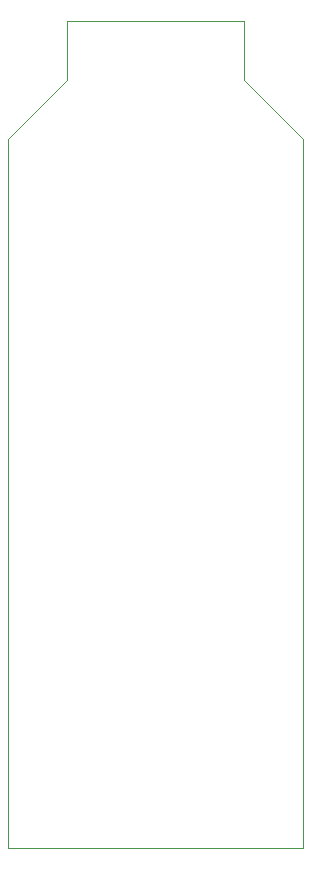
<source format=gm1>
G04 #@! TF.GenerationSoftware,KiCad,Pcbnew,(7.0.0)*
G04 #@! TF.CreationDate,2023-03-12T21:45:25+01:00*
G04 #@! TF.ProjectId,tracker,74726163-6b65-4722-9e6b-696361645f70,rev?*
G04 #@! TF.SameCoordinates,Original*
G04 #@! TF.FileFunction,Profile,NP*
%FSLAX46Y46*%
G04 Gerber Fmt 4.6, Leading zero omitted, Abs format (unit mm)*
G04 Created by KiCad (PCBNEW (7.0.0)) date 2023-03-12 21:45:25*
%MOMM*%
%LPD*%
G01*
G04 APERTURE LIST*
G04 #@! TA.AperFunction,Profile*
%ADD10C,0.100000*%
G04 #@! TD*
G04 APERTURE END LIST*
D10*
X150000000Y-50000000D02*
X155000000Y-55000000D01*
X155000000Y-115000000D01*
X130000000Y-115000000D01*
X130000000Y-55000000D01*
X135000000Y-50000000D01*
X135000000Y-45000000D01*
X150000000Y-45000000D01*
X150000000Y-50000000D01*
M02*

</source>
